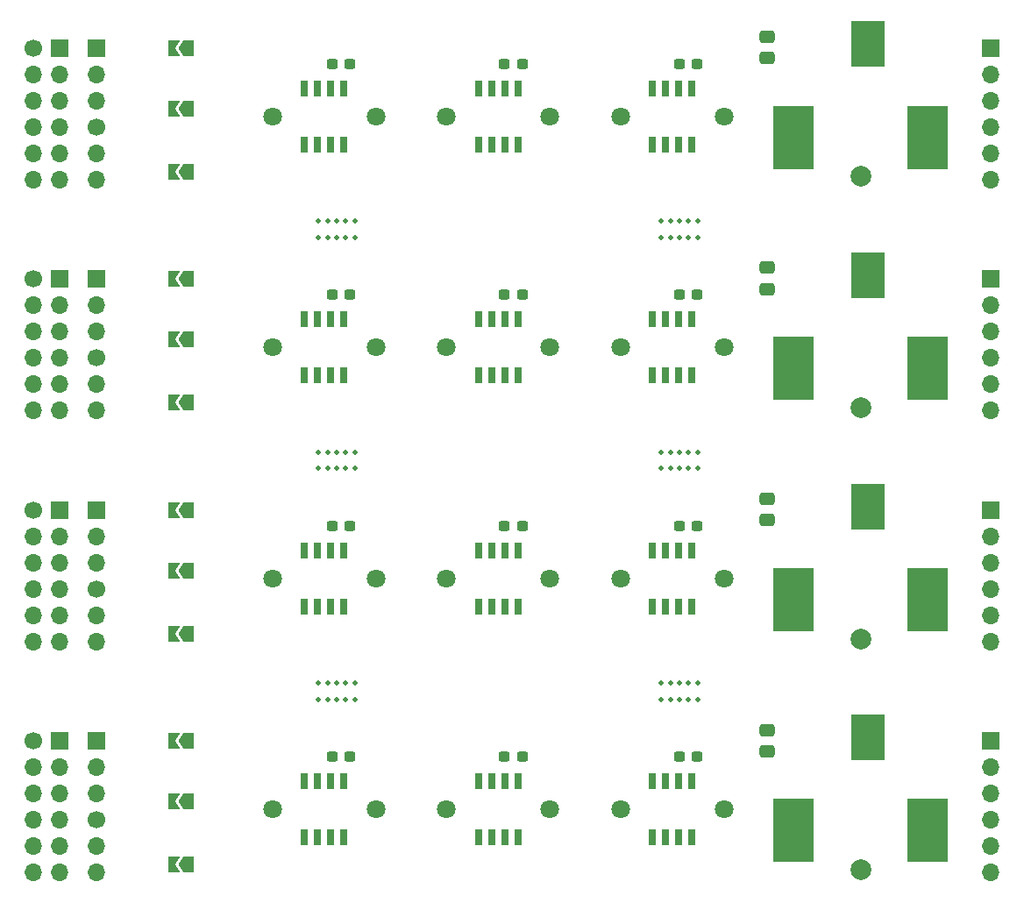
<source format=gbr>
%TF.GenerationSoftware,KiCad,Pcbnew,7.0.2*%
%TF.CreationDate,2023-10-31T00:57:24+09:00*%
%TF.ProjectId,kikit,6b696b69-742e-46b6-9963-61645f706362,rev?*%
%TF.SameCoordinates,Original*%
%TF.FileFunction,Soldermask,Top*%
%TF.FilePolarity,Negative*%
%FSLAX46Y46*%
G04 Gerber Fmt 4.6, Leading zero omitted, Abs format (unit mm)*
G04 Created by KiCad (PCBNEW 7.0.2) date 2023-10-31 00:57:24*
%MOMM*%
%LPD*%
G01*
G04 APERTURE LIST*
G04 Aperture macros list*
%AMRoundRect*
0 Rectangle with rounded corners*
0 $1 Rounding radius*
0 $2 $3 $4 $5 $6 $7 $8 $9 X,Y pos of 4 corners*
0 Add a 4 corners polygon primitive as box body*
4,1,4,$2,$3,$4,$5,$6,$7,$8,$9,$2,$3,0*
0 Add four circle primitives for the rounded corners*
1,1,$1+$1,$2,$3*
1,1,$1+$1,$4,$5*
1,1,$1+$1,$6,$7*
1,1,$1+$1,$8,$9*
0 Add four rect primitives between the rounded corners*
20,1,$1+$1,$2,$3,$4,$5,0*
20,1,$1+$1,$4,$5,$6,$7,0*
20,1,$1+$1,$6,$7,$8,$9,0*
20,1,$1+$1,$8,$9,$2,$3,0*%
%AMFreePoly0*
4,1,6,1.000000,0.000000,0.500000,-0.750000,-0.500000,-0.750000,-0.500000,0.750000,0.500000,0.750000,1.000000,0.000000,1.000000,0.000000,$1*%
%AMFreePoly1*
4,1,6,0.500000,-0.750000,-0.650000,-0.750000,-0.150000,0.000000,-0.650000,0.750000,0.500000,0.750000,0.500000,-0.750000,0.500000,-0.750000,$1*%
G04 Aperture macros list end*
%ADD10FreePoly0,180.000000*%
%ADD11FreePoly1,180.000000*%
%ADD12C,0.500000*%
%ADD13RoundRect,0.237500X-0.300000X-0.237500X0.300000X-0.237500X0.300000X0.237500X-0.300000X0.237500X0*%
%ADD14R,0.700000X1.525000*%
%ADD15C,1.700000*%
%ADD16O,1.700000X1.700000*%
%ADD17RoundRect,0.250000X-0.475000X0.337500X-0.475000X-0.337500X0.475000X-0.337500X0.475000X0.337500X0*%
%ADD18R,1.700000X1.700000*%
%ADD19C,1.800000*%
%ADD20C,2.000000*%
%ADD21R,3.300000X4.400000*%
%ADD22R,3.900000X6.200000*%
G04 APERTURE END LIST*
D10*
%TO.C,JP2*%
X117639000Y-96612000D03*
D11*
X116189000Y-96612000D03*
%TD*%
D12*
%TO.C,REF\u002A\u002A*%
X131947667Y-42120000D03*
%TD*%
%TO.C,REF\u002A\u002A*%
X165052333Y-42120000D03*
%TD*%
D13*
%TO.C,C1*%
X131508500Y-69974000D03*
X133233500Y-69974000D03*
%TD*%
D12*
%TO.C,REF\u002A\u002A*%
X164177333Y-62840000D03*
%TD*%
D14*
%TO.C,IC1*%
X128862000Y-77766000D03*
X130132000Y-77766000D03*
X131402000Y-77766000D03*
X132672000Y-77766000D03*
X132672000Y-72342000D03*
X131402000Y-72342000D03*
X130132000Y-72342000D03*
X128862000Y-72342000D03*
%TD*%
%TO.C,IC2*%
X145706000Y-100086000D03*
X146976000Y-100086000D03*
X148246000Y-100086000D03*
X149516000Y-100086000D03*
X149516000Y-94662000D03*
X148246000Y-94662000D03*
X146976000Y-94662000D03*
X145706000Y-94662000D03*
%TD*%
D15*
%TO.C,REF\u002A\u002A*%
X108749000Y-31430000D03*
D16*
X108749000Y-33970000D03*
X108749000Y-36510000D03*
%TD*%
D17*
%TO.C,C2*%
X173519000Y-67361700D03*
X173519000Y-69436700D03*
%TD*%
D10*
%TO.C,JP2*%
X117639000Y-29652000D03*
D11*
X116189000Y-29652000D03*
%TD*%
D18*
%TO.C,J3*%
X108749000Y-90770000D03*
D16*
X108749000Y-93310000D03*
X108749000Y-95850000D03*
%TD*%
D10*
%TO.C,JP1*%
X117639000Y-102708000D03*
D11*
X116189000Y-102708000D03*
%TD*%
D12*
%TO.C,REF\u002A\u002A*%
X131947667Y-62840000D03*
%TD*%
%TO.C,REF\u002A\u002A*%
X165052333Y-64440000D03*
%TD*%
D10*
%TO.C,JP2*%
X117639000Y-51972000D03*
D11*
X116189000Y-51972000D03*
%TD*%
D12*
%TO.C,REF\u002A\u002A*%
X132822667Y-40520000D03*
%TD*%
D13*
%TO.C,C3*%
X148145500Y-69974000D03*
X149870500Y-69974000D03*
%TD*%
%TO.C,C3*%
X148145500Y-47654000D03*
X149870500Y-47654000D03*
%TD*%
D12*
%TO.C,REF\u002A\u002A*%
X131072667Y-42120000D03*
%TD*%
D14*
%TO.C,IC2*%
X145706000Y-55446000D03*
X146976000Y-55446000D03*
X148246000Y-55446000D03*
X149516000Y-55446000D03*
X149516000Y-50022000D03*
X148246000Y-50022000D03*
X146976000Y-50022000D03*
X145706000Y-50022000D03*
%TD*%
D18*
%TO.C,REF\u002A\u002A*%
X195109000Y-68450000D03*
D16*
X195109000Y-70990000D03*
X195109000Y-73530000D03*
X195109000Y-76070000D03*
X195109000Y-78610000D03*
X195109000Y-81150000D03*
%TD*%
D19*
%TO.C,U3*%
X159375000Y-30414000D03*
X169375000Y-30414000D03*
%TD*%
D12*
%TO.C,REF\u002A\u002A*%
X165927333Y-85160000D03*
%TD*%
D20*
%TO.C,J2*%
X182563000Y-103206000D03*
D21*
X183263000Y-90406000D03*
D22*
X176113000Y-99406000D03*
X189013000Y-99406000D03*
%TD*%
D12*
%TO.C,REF\u002A\u002A*%
X166802333Y-85160000D03*
%TD*%
D10*
%TO.C,JP3*%
X117639000Y-90770000D03*
D11*
X116189000Y-90770000D03*
%TD*%
D12*
%TO.C,REF\u002A\u002A*%
X164177333Y-86760000D03*
%TD*%
%TO.C,REF\u002A\u002A*%
X166802333Y-64440000D03*
%TD*%
D13*
%TO.C,C1*%
X131508500Y-47654000D03*
X133233500Y-47654000D03*
%TD*%
D12*
%TO.C,REF\u002A\u002A*%
X131072667Y-64440000D03*
%TD*%
D18*
%TO.C,REF\u002A\u002A*%
X195109000Y-90770000D03*
D16*
X195109000Y-93310000D03*
X195109000Y-95850000D03*
X195109000Y-98390000D03*
X195109000Y-100930000D03*
X195109000Y-103470000D03*
%TD*%
D20*
%TO.C,J2*%
X182563000Y-80886000D03*
D21*
X183263000Y-68086000D03*
D22*
X176113000Y-77086000D03*
X189013000Y-77086000D03*
%TD*%
D17*
%TO.C,C2*%
X173519000Y-22721700D03*
X173519000Y-24796700D03*
%TD*%
D19*
%TO.C,U2*%
X142564000Y-52734000D03*
X152564000Y-52734000D03*
%TD*%
%TO.C,U1*%
X125767000Y-97374000D03*
X135767000Y-97374000D03*
%TD*%
D13*
%TO.C,C5*%
X165036500Y-92294000D03*
X166761500Y-92294000D03*
%TD*%
D19*
%TO.C,U3*%
X159375000Y-97374000D03*
X169375000Y-97374000D03*
%TD*%
%TO.C,U2*%
X142564000Y-75054000D03*
X152564000Y-75054000D03*
%TD*%
D14*
%TO.C,IC2*%
X145706000Y-77766000D03*
X146976000Y-77766000D03*
X148246000Y-77766000D03*
X149516000Y-77766000D03*
X149516000Y-72342000D03*
X148246000Y-72342000D03*
X146976000Y-72342000D03*
X145706000Y-72342000D03*
%TD*%
D12*
%TO.C,REF\u002A\u002A*%
X133697667Y-86760000D03*
%TD*%
%TO.C,REF\u002A\u002A*%
X131947667Y-86760000D03*
%TD*%
D14*
%TO.C,IC3*%
X162470000Y-55446000D03*
X163740000Y-55446000D03*
X165010000Y-55446000D03*
X166280000Y-55446000D03*
X166280000Y-50022000D03*
X165010000Y-50022000D03*
X163740000Y-50022000D03*
X162470000Y-50022000D03*
%TD*%
D18*
%TO.C,J1*%
X105192000Y-23810000D03*
D16*
X105192000Y-26350000D03*
X105192000Y-28890000D03*
X105192000Y-31430000D03*
X105192000Y-33970000D03*
X105192000Y-36510000D03*
D15*
X102652000Y-23810000D03*
D16*
X102652000Y-26350000D03*
X102652000Y-28890000D03*
X102652000Y-31430000D03*
X102652000Y-33970000D03*
X102652000Y-36510000D03*
%TD*%
D12*
%TO.C,REF\u002A\u002A*%
X166802333Y-42120000D03*
%TD*%
%TO.C,REF\u002A\u002A*%
X165052333Y-86760000D03*
%TD*%
D19*
%TO.C,U3*%
X159375000Y-75054000D03*
X169375000Y-75054000D03*
%TD*%
D12*
%TO.C,REF\u002A\u002A*%
X131072667Y-62840000D03*
%TD*%
D10*
%TO.C,JP3*%
X117639000Y-23810000D03*
D11*
X116189000Y-23810000D03*
%TD*%
D10*
%TO.C,JP2*%
X117639000Y-74292000D03*
D11*
X116189000Y-74292000D03*
%TD*%
D15*
%TO.C,REF\u002A\u002A*%
X108749000Y-76070000D03*
D16*
X108749000Y-78610000D03*
X108749000Y-81150000D03*
%TD*%
D12*
%TO.C,REF\u002A\u002A*%
X166802333Y-40520000D03*
%TD*%
%TO.C,REF\u002A\u002A*%
X164177333Y-85160000D03*
%TD*%
D10*
%TO.C,JP1*%
X117639000Y-58068000D03*
D11*
X116189000Y-58068000D03*
%TD*%
D12*
%TO.C,REF\u002A\u002A*%
X163302333Y-86760000D03*
%TD*%
D18*
%TO.C,J1*%
X105192000Y-90770000D03*
D16*
X105192000Y-93310000D03*
X105192000Y-95850000D03*
X105192000Y-98390000D03*
X105192000Y-100930000D03*
X105192000Y-103470000D03*
D15*
X102652000Y-90770000D03*
D16*
X102652000Y-93310000D03*
X102652000Y-95850000D03*
X102652000Y-98390000D03*
X102652000Y-100930000D03*
X102652000Y-103470000D03*
%TD*%
D12*
%TO.C,REF\u002A\u002A*%
X133697667Y-40520000D03*
%TD*%
%TO.C,REF\u002A\u002A*%
X165927333Y-62840000D03*
%TD*%
D14*
%TO.C,IC3*%
X162470000Y-33126000D03*
X163740000Y-33126000D03*
X165010000Y-33126000D03*
X166280000Y-33126000D03*
X166280000Y-27702000D03*
X165010000Y-27702000D03*
X163740000Y-27702000D03*
X162470000Y-27702000D03*
%TD*%
D12*
%TO.C,REF\u002A\u002A*%
X131072667Y-85160000D03*
%TD*%
D19*
%TO.C,U3*%
X159375000Y-52734000D03*
X169375000Y-52734000D03*
%TD*%
D12*
%TO.C,REF\u002A\u002A*%
X130197667Y-85160000D03*
%TD*%
D10*
%TO.C,JP1*%
X117639000Y-80388000D03*
D11*
X116189000Y-80388000D03*
%TD*%
D12*
%TO.C,REF\u002A\u002A*%
X133697667Y-62840000D03*
%TD*%
%TO.C,REF\u002A\u002A*%
X133697667Y-42120000D03*
%TD*%
D14*
%TO.C,IC2*%
X145706000Y-33126000D03*
X146976000Y-33126000D03*
X148246000Y-33126000D03*
X149516000Y-33126000D03*
X149516000Y-27702000D03*
X148246000Y-27702000D03*
X146976000Y-27702000D03*
X145706000Y-27702000D03*
%TD*%
D12*
%TO.C,REF\u002A\u002A*%
X130197667Y-86760000D03*
%TD*%
D14*
%TO.C,IC1*%
X128862000Y-55446000D03*
X130132000Y-55446000D03*
X131402000Y-55446000D03*
X132672000Y-55446000D03*
X132672000Y-50022000D03*
X131402000Y-50022000D03*
X130132000Y-50022000D03*
X128862000Y-50022000D03*
%TD*%
D15*
%TO.C,REF\u002A\u002A*%
X108749000Y-98390000D03*
D16*
X108749000Y-100930000D03*
X108749000Y-103470000D03*
%TD*%
D12*
%TO.C,REF\u002A\u002A*%
X163302333Y-42120000D03*
%TD*%
%TO.C,REF\u002A\u002A*%
X132822667Y-64440000D03*
%TD*%
D18*
%TO.C,REF\u002A\u002A*%
X195109000Y-46130000D03*
D16*
X195109000Y-48670000D03*
X195109000Y-51210000D03*
X195109000Y-53750000D03*
X195109000Y-56290000D03*
X195109000Y-58830000D03*
%TD*%
D18*
%TO.C,J3*%
X108749000Y-23810000D03*
D16*
X108749000Y-26350000D03*
X108749000Y-28890000D03*
%TD*%
D18*
%TO.C,J3*%
X108749000Y-46130000D03*
D16*
X108749000Y-48670000D03*
X108749000Y-51210000D03*
%TD*%
D19*
%TO.C,U1*%
X125767000Y-75054000D03*
X135767000Y-75054000D03*
%TD*%
D18*
%TO.C,J1*%
X105192000Y-46130000D03*
D16*
X105192000Y-48670000D03*
X105192000Y-51210000D03*
X105192000Y-53750000D03*
X105192000Y-56290000D03*
X105192000Y-58830000D03*
D15*
X102652000Y-46130000D03*
D16*
X102652000Y-48670000D03*
X102652000Y-51210000D03*
X102652000Y-53750000D03*
X102652000Y-56290000D03*
X102652000Y-58830000D03*
%TD*%
D13*
%TO.C,C5*%
X165036500Y-47654000D03*
X166761500Y-47654000D03*
%TD*%
D12*
%TO.C,REF\u002A\u002A*%
X163302333Y-85160000D03*
%TD*%
%TO.C,REF\u002A\u002A*%
X133697667Y-64440000D03*
%TD*%
%TO.C,REF\u002A\u002A*%
X163302333Y-40520000D03*
%TD*%
%TO.C,REF\u002A\u002A*%
X166802333Y-86760000D03*
%TD*%
D19*
%TO.C,U1*%
X125767000Y-30414000D03*
X135767000Y-30414000D03*
%TD*%
D12*
%TO.C,REF\u002A\u002A*%
X163302333Y-64440000D03*
%TD*%
D14*
%TO.C,IC1*%
X128862000Y-100086000D03*
X130132000Y-100086000D03*
X131402000Y-100086000D03*
X132672000Y-100086000D03*
X132672000Y-94662000D03*
X131402000Y-94662000D03*
X130132000Y-94662000D03*
X128862000Y-94662000D03*
%TD*%
D10*
%TO.C,JP3*%
X117639000Y-68450000D03*
D11*
X116189000Y-68450000D03*
%TD*%
D12*
%TO.C,REF\u002A\u002A*%
X131072667Y-86760000D03*
%TD*%
%TO.C,REF\u002A\u002A*%
X165052333Y-62840000D03*
%TD*%
%TO.C,REF\u002A\u002A*%
X130197667Y-64440000D03*
%TD*%
%TO.C,REF\u002A\u002A*%
X130197667Y-40520000D03*
%TD*%
D13*
%TO.C,C5*%
X165036500Y-25334000D03*
X166761500Y-25334000D03*
%TD*%
D14*
%TO.C,IC3*%
X162470000Y-100086000D03*
X163740000Y-100086000D03*
X165010000Y-100086000D03*
X166280000Y-100086000D03*
X166280000Y-94662000D03*
X165010000Y-94662000D03*
X163740000Y-94662000D03*
X162470000Y-94662000D03*
%TD*%
D12*
%TO.C,REF\u002A\u002A*%
X130197667Y-62840000D03*
%TD*%
D17*
%TO.C,C2*%
X173519000Y-89681700D03*
X173519000Y-91756700D03*
%TD*%
D18*
%TO.C,J3*%
X108749000Y-68450000D03*
D16*
X108749000Y-70990000D03*
X108749000Y-73530000D03*
%TD*%
D10*
%TO.C,JP3*%
X117639000Y-46130000D03*
D11*
X116189000Y-46130000D03*
%TD*%
D13*
%TO.C,C1*%
X131508500Y-92294000D03*
X133233500Y-92294000D03*
%TD*%
D18*
%TO.C,REF\u002A\u002A*%
X195109000Y-23810000D03*
D16*
X195109000Y-26350000D03*
X195109000Y-28890000D03*
X195109000Y-31430000D03*
X195109000Y-33970000D03*
X195109000Y-36510000D03*
%TD*%
D14*
%TO.C,IC1*%
X128862000Y-33126000D03*
X130132000Y-33126000D03*
X131402000Y-33126000D03*
X132672000Y-33126000D03*
X132672000Y-27702000D03*
X131402000Y-27702000D03*
X130132000Y-27702000D03*
X128862000Y-27702000D03*
%TD*%
D12*
%TO.C,REF\u002A\u002A*%
X166802333Y-62840000D03*
%TD*%
%TO.C,REF\u002A\u002A*%
X132822667Y-42120000D03*
%TD*%
%TO.C,REF\u002A\u002A*%
X131072667Y-40520000D03*
%TD*%
D13*
%TO.C,C1*%
X131508500Y-25334000D03*
X133233500Y-25334000D03*
%TD*%
%TO.C,C3*%
X148145500Y-92294000D03*
X149870500Y-92294000D03*
%TD*%
D12*
%TO.C,REF\u002A\u002A*%
X164177333Y-64440000D03*
%TD*%
%TO.C,REF\u002A\u002A*%
X163302333Y-62840000D03*
%TD*%
%TO.C,REF\u002A\u002A*%
X164177333Y-40520000D03*
%TD*%
%TO.C,REF\u002A\u002A*%
X164177333Y-42120000D03*
%TD*%
%TO.C,REF\u002A\u002A*%
X133697667Y-85160000D03*
%TD*%
D17*
%TO.C,C2*%
X173519000Y-45041700D03*
X173519000Y-47116700D03*
%TD*%
D19*
%TO.C,U2*%
X142564000Y-97374000D03*
X152564000Y-97374000D03*
%TD*%
D15*
%TO.C,REF\u002A\u002A*%
X108749000Y-53750000D03*
D16*
X108749000Y-56290000D03*
X108749000Y-58830000D03*
%TD*%
D13*
%TO.C,C5*%
X165036500Y-69974000D03*
X166761500Y-69974000D03*
%TD*%
D12*
%TO.C,REF\u002A\u002A*%
X165927333Y-40520000D03*
%TD*%
D20*
%TO.C,J2*%
X182563000Y-58566000D03*
D21*
X183263000Y-45766000D03*
D22*
X176113000Y-54766000D03*
X189013000Y-54766000D03*
%TD*%
D18*
%TO.C,J1*%
X105192000Y-68450000D03*
D16*
X105192000Y-70990000D03*
X105192000Y-73530000D03*
X105192000Y-76070000D03*
X105192000Y-78610000D03*
X105192000Y-81150000D03*
D15*
X102652000Y-68450000D03*
D16*
X102652000Y-70990000D03*
X102652000Y-73530000D03*
X102652000Y-76070000D03*
X102652000Y-78610000D03*
X102652000Y-81150000D03*
%TD*%
D12*
%TO.C,REF\u002A\u002A*%
X165927333Y-86760000D03*
%TD*%
%TO.C,REF\u002A\u002A*%
X132822667Y-62840000D03*
%TD*%
%TO.C,REF\u002A\u002A*%
X130197667Y-42120000D03*
%TD*%
D20*
%TO.C,J2*%
X182563000Y-36246000D03*
D21*
X183263000Y-23446000D03*
D22*
X176113000Y-32446000D03*
X189013000Y-32446000D03*
%TD*%
D13*
%TO.C,C3*%
X148145500Y-25334000D03*
X149870500Y-25334000D03*
%TD*%
D14*
%TO.C,IC3*%
X162470000Y-77766000D03*
X163740000Y-77766000D03*
X165010000Y-77766000D03*
X166280000Y-77766000D03*
X166280000Y-72342000D03*
X165010000Y-72342000D03*
X163740000Y-72342000D03*
X162470000Y-72342000D03*
%TD*%
D12*
%TO.C,REF\u002A\u002A*%
X132822667Y-86760000D03*
%TD*%
%TO.C,REF\u002A\u002A*%
X165052333Y-40520000D03*
%TD*%
%TO.C,REF\u002A\u002A*%
X165927333Y-42120000D03*
%TD*%
%TO.C,REF\u002A\u002A*%
X165052333Y-85160000D03*
%TD*%
%TO.C,REF\u002A\u002A*%
X132822667Y-85160000D03*
%TD*%
%TO.C,REF\u002A\u002A*%
X131947667Y-64440000D03*
%TD*%
%TO.C,REF\u002A\u002A*%
X131947667Y-40520000D03*
%TD*%
D19*
%TO.C,U1*%
X125767000Y-52734000D03*
X135767000Y-52734000D03*
%TD*%
D12*
%TO.C,REF\u002A\u002A*%
X131947667Y-85160000D03*
%TD*%
%TO.C,REF\u002A\u002A*%
X165927333Y-64440000D03*
%TD*%
D19*
%TO.C,U2*%
X142564000Y-30414000D03*
X152564000Y-30414000D03*
%TD*%
D10*
%TO.C,JP1*%
X117639000Y-35748000D03*
D11*
X116189000Y-35748000D03*
%TD*%
M02*

</source>
